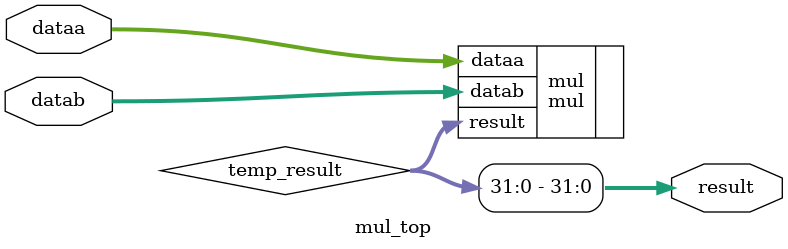
<source format=v>
module mul_top 
  (
   input [31:0]  dataa,
   input [31:0]  datab,
   output [31:0]  result
   );
    
  wire [63:0] temp_result;
    
  mul mul
    ( 
      .dataa(dataa),
      .datab(datab),
      .result(temp_result)
      );
		
 assign result = temp_result[31:0];  // Select the 32 LSBs for the output
 
endmodule // mul_top 

</source>
